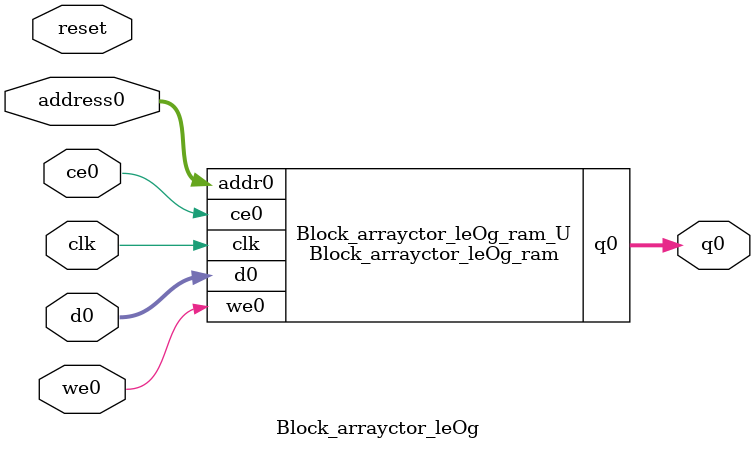
<source format=v>
`timescale 1 ns / 1 ps
module Block_arrayctor_leOg_ram (addr0, ce0, d0, we0, q0,  clk);

parameter DWIDTH = 8;
parameter AWIDTH = 16;
parameter MEM_SIZE = 52164;

input[AWIDTH-1:0] addr0;
input ce0;
input[DWIDTH-1:0] d0;
input we0;
output reg[DWIDTH-1:0] q0;
input clk;

(* ram_style = "block" *)reg [DWIDTH-1:0] ram[0:MEM_SIZE-1];




always @(posedge clk)  
begin 
    if (ce0) begin
        if (we0) 
            ram[addr0] <= d0; 
        q0 <= ram[addr0];
    end
end


endmodule

`timescale 1 ns / 1 ps
module Block_arrayctor_leOg(
    reset,
    clk,
    address0,
    ce0,
    we0,
    d0,
    q0);

parameter DataWidth = 32'd8;
parameter AddressRange = 32'd52164;
parameter AddressWidth = 32'd16;
input reset;
input clk;
input[AddressWidth - 1:0] address0;
input ce0;
input we0;
input[DataWidth - 1:0] d0;
output[DataWidth - 1:0] q0;



Block_arrayctor_leOg_ram Block_arrayctor_leOg_ram_U(
    .clk( clk ),
    .addr0( address0 ),
    .ce0( ce0 ),
    .we0( we0 ),
    .d0( d0 ),
    .q0( q0 ));

endmodule


</source>
